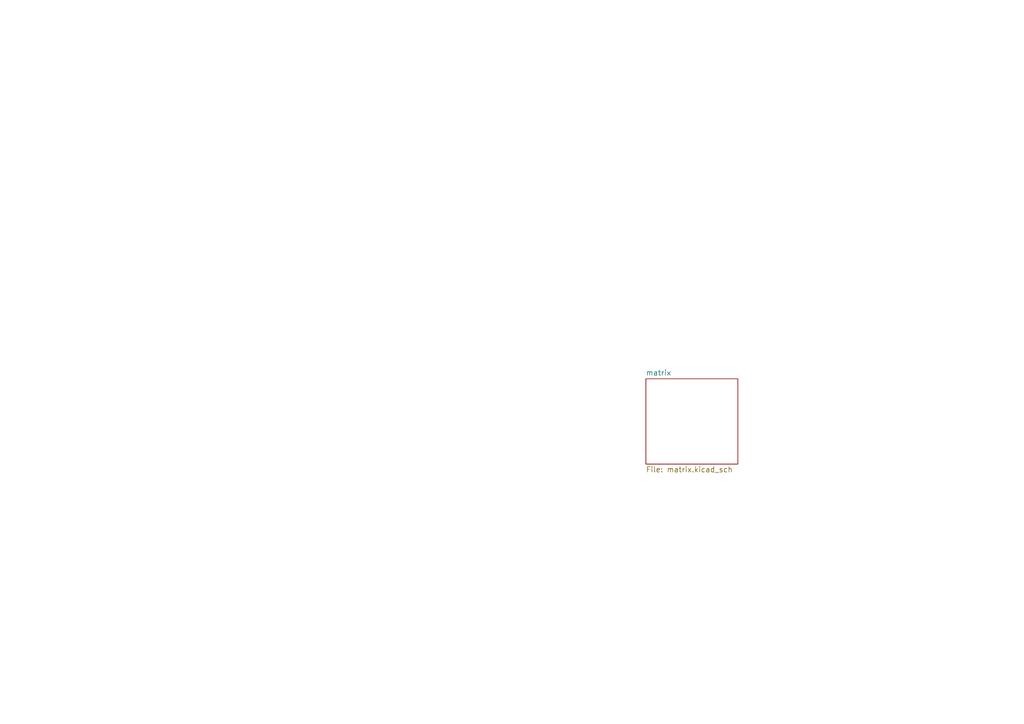
<source format=kicad_sch>
(kicad_sch (version 20211123) (generator eeschema)
  (paper "A4")
  (lib_symbols)
  (sheet (at 187.325 109.855) (size 26.67 24.765)
    (property "Sheet name" "matrix" (at 187.325 109.0164 0) (effects (font (size 1.524 1.524)) (justify left bottom)))
    (property "Sheet file" "matrix.kicad_sch" (at 187.325 135.3062 0) (effects (font (size 1.524 1.524)) (justify left top)))
  )
)
</source>
